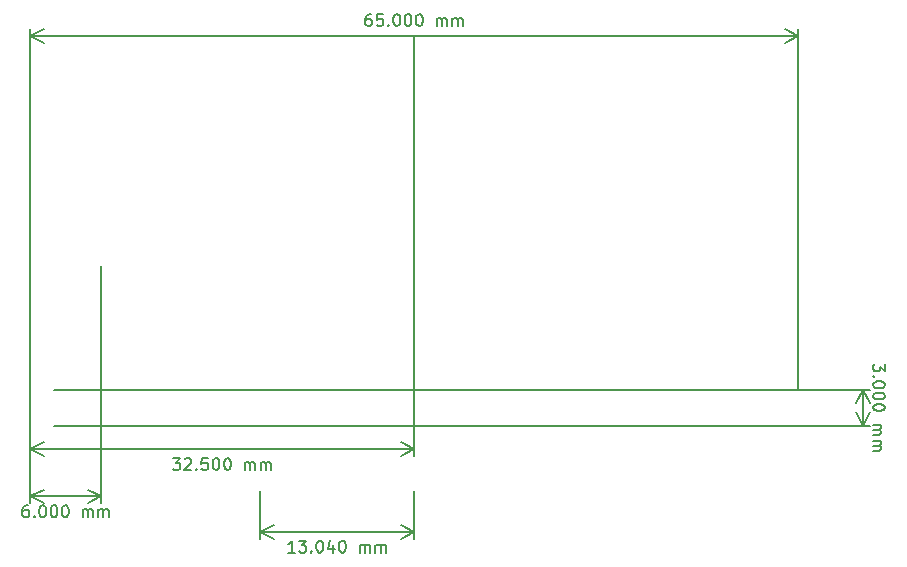
<source format=gbr>
G04 #@! TF.GenerationSoftware,KiCad,Pcbnew,(5.1.2)-1*
G04 #@! TF.CreationDate,2020-06-05T15:04:51-04:00*
G04 #@! TF.ProjectId,Step_Direction_Board,53746570-5f44-4697-9265-6374696f6e5f,rev?*
G04 #@! TF.SameCoordinates,PX7270e00PY78a3ca0*
G04 #@! TF.FileFunction,Other,ECO1*
%FSLAX46Y46*%
G04 Gerber Fmt 4.6, Leading zero omitted, Abs format (unit mm)*
G04 Created by KiCad (PCBNEW (5.1.2)-1) date 2020-06-05 15:04:51*
%MOMM*%
%LPD*%
G04 APERTURE LIST*
%ADD10C,0.150000*%
G04 APERTURE END LIST*
D10*
X22409626Y-9252380D02*
X21838197Y-9252380D01*
X22123912Y-9252380D02*
X22123912Y-8252380D01*
X22028674Y-8395238D01*
X21933435Y-8490476D01*
X21838197Y-8538095D01*
X22742959Y-8252380D02*
X23362007Y-8252380D01*
X23028674Y-8633333D01*
X23171531Y-8633333D01*
X23266769Y-8680952D01*
X23314388Y-8728571D01*
X23362007Y-8823809D01*
X23362007Y-9061904D01*
X23314388Y-9157142D01*
X23266769Y-9204761D01*
X23171531Y-9252380D01*
X22885816Y-9252380D01*
X22790578Y-9204761D01*
X22742959Y-9157142D01*
X23790578Y-9157142D02*
X23838197Y-9204761D01*
X23790578Y-9252380D01*
X23742959Y-9204761D01*
X23790578Y-9157142D01*
X23790578Y-9252380D01*
X24457245Y-8252380D02*
X24552483Y-8252380D01*
X24647721Y-8300000D01*
X24695340Y-8347619D01*
X24742959Y-8442857D01*
X24790578Y-8633333D01*
X24790578Y-8871428D01*
X24742959Y-9061904D01*
X24695340Y-9157142D01*
X24647721Y-9204761D01*
X24552483Y-9252380D01*
X24457245Y-9252380D01*
X24362007Y-9204761D01*
X24314388Y-9157142D01*
X24266769Y-9061904D01*
X24219150Y-8871428D01*
X24219150Y-8633333D01*
X24266769Y-8442857D01*
X24314388Y-8347619D01*
X24362007Y-8300000D01*
X24457245Y-8252380D01*
X25647721Y-8585714D02*
X25647721Y-9252380D01*
X25409626Y-8204761D02*
X25171531Y-8919047D01*
X25790578Y-8919047D01*
X26362007Y-8252380D02*
X26457245Y-8252380D01*
X26552483Y-8300000D01*
X26600102Y-8347619D01*
X26647721Y-8442857D01*
X26695340Y-8633333D01*
X26695340Y-8871428D01*
X26647721Y-9061904D01*
X26600102Y-9157142D01*
X26552483Y-9204761D01*
X26457245Y-9252380D01*
X26362007Y-9252380D01*
X26266769Y-9204761D01*
X26219150Y-9157142D01*
X26171531Y-9061904D01*
X26123912Y-8871428D01*
X26123912Y-8633333D01*
X26171531Y-8442857D01*
X26219150Y-8347619D01*
X26266769Y-8300000D01*
X26362007Y-8252380D01*
X27885816Y-9252380D02*
X27885816Y-8585714D01*
X27885816Y-8680952D02*
X27933435Y-8633333D01*
X28028674Y-8585714D01*
X28171531Y-8585714D01*
X28266769Y-8633333D01*
X28314388Y-8728571D01*
X28314388Y-9252380D01*
X28314388Y-8728571D02*
X28362007Y-8633333D01*
X28457245Y-8585714D01*
X28600102Y-8585714D01*
X28695340Y-8633333D01*
X28742959Y-8728571D01*
X28742959Y-9252380D01*
X29219150Y-9252380D02*
X29219150Y-8585714D01*
X29219150Y-8680952D02*
X29266769Y-8633333D01*
X29362007Y-8585714D01*
X29504864Y-8585714D01*
X29600102Y-8633333D01*
X29647721Y-8728571D01*
X29647721Y-9252380D01*
X29647721Y-8728571D02*
X29695340Y-8633333D01*
X29790578Y-8585714D01*
X29933435Y-8585714D01*
X30028674Y-8633333D01*
X30076293Y-8728571D01*
X30076293Y-9252380D01*
X19461055Y-7500000D02*
X32501055Y-7500000D01*
X19461055Y-4073347D02*
X19461055Y-8086421D01*
X32501055Y-4073347D02*
X32501055Y-8086421D01*
X32501055Y-7500000D02*
X31374551Y-8086421D01*
X32501055Y-7500000D02*
X31374551Y-6913579D01*
X19461055Y-7500000D02*
X20587559Y-8086421D01*
X19461055Y-7500000D02*
X20587559Y-6913579D01*
X-190477Y-5252380D02*
X-380953Y-5252380D01*
X-476191Y-5300000D01*
X-523810Y-5347619D01*
X-619048Y-5490476D01*
X-666667Y-5680952D01*
X-666667Y-6061904D01*
X-619048Y-6157142D01*
X-571429Y-6204761D01*
X-476191Y-6252380D01*
X-285715Y-6252380D01*
X-190477Y-6204761D01*
X-142858Y-6157142D01*
X-95239Y-6061904D01*
X-95239Y-5823809D01*
X-142858Y-5728571D01*
X-190477Y-5680952D01*
X-285715Y-5633333D01*
X-476191Y-5633333D01*
X-571429Y-5680952D01*
X-619048Y-5728571D01*
X-666667Y-5823809D01*
X333333Y-6157142D02*
X380952Y-6204761D01*
X333333Y-6252380D01*
X285714Y-6204761D01*
X333333Y-6157142D01*
X333333Y-6252380D01*
X1000000Y-5252380D02*
X1095238Y-5252380D01*
X1190476Y-5300000D01*
X1238095Y-5347619D01*
X1285714Y-5442857D01*
X1333333Y-5633333D01*
X1333333Y-5871428D01*
X1285714Y-6061904D01*
X1238095Y-6157142D01*
X1190476Y-6204761D01*
X1095238Y-6252380D01*
X1000000Y-6252380D01*
X904761Y-6204761D01*
X857142Y-6157142D01*
X809523Y-6061904D01*
X761904Y-5871428D01*
X761904Y-5633333D01*
X809523Y-5442857D01*
X857142Y-5347619D01*
X904761Y-5300000D01*
X1000000Y-5252380D01*
X1952380Y-5252380D02*
X2047619Y-5252380D01*
X2142857Y-5300000D01*
X2190476Y-5347619D01*
X2238095Y-5442857D01*
X2285714Y-5633333D01*
X2285714Y-5871428D01*
X2238095Y-6061904D01*
X2190476Y-6157142D01*
X2142857Y-6204761D01*
X2047619Y-6252380D01*
X1952380Y-6252380D01*
X1857142Y-6204761D01*
X1809523Y-6157142D01*
X1761904Y-6061904D01*
X1714285Y-5871428D01*
X1714285Y-5633333D01*
X1761904Y-5442857D01*
X1809523Y-5347619D01*
X1857142Y-5300000D01*
X1952380Y-5252380D01*
X2904761Y-5252380D02*
X3000000Y-5252380D01*
X3095238Y-5300000D01*
X3142857Y-5347619D01*
X3190476Y-5442857D01*
X3238095Y-5633333D01*
X3238095Y-5871428D01*
X3190476Y-6061904D01*
X3142857Y-6157142D01*
X3095238Y-6204761D01*
X3000000Y-6252380D01*
X2904761Y-6252380D01*
X2809523Y-6204761D01*
X2761904Y-6157142D01*
X2714285Y-6061904D01*
X2666666Y-5871428D01*
X2666666Y-5633333D01*
X2714285Y-5442857D01*
X2761904Y-5347619D01*
X2809523Y-5300000D01*
X2904761Y-5252380D01*
X4428571Y-6252380D02*
X4428571Y-5585714D01*
X4428571Y-5680952D02*
X4476190Y-5633333D01*
X4571428Y-5585714D01*
X4714285Y-5585714D01*
X4809523Y-5633333D01*
X4857142Y-5728571D01*
X4857142Y-6252380D01*
X4857142Y-5728571D02*
X4904761Y-5633333D01*
X5000000Y-5585714D01*
X5142857Y-5585714D01*
X5238095Y-5633333D01*
X5285714Y-5728571D01*
X5285714Y-6252380D01*
X5761904Y-6252380D02*
X5761904Y-5585714D01*
X5761904Y-5680952D02*
X5809523Y-5633333D01*
X5904761Y-5585714D01*
X6047619Y-5585714D01*
X6142857Y-5633333D01*
X6190476Y-5728571D01*
X6190476Y-6252380D01*
X6190476Y-5728571D02*
X6238095Y-5633333D01*
X6333333Y-5585714D01*
X6476190Y-5585714D01*
X6571428Y-5633333D01*
X6619047Y-5728571D01*
X6619047Y-6252380D01*
X0Y-4500000D02*
X6000000Y-4500000D01*
X0Y15000000D02*
X0Y-5086421D01*
X6000000Y15000000D02*
X6000000Y-5086421D01*
X6000000Y-4500000D02*
X4873496Y-5086421D01*
X6000000Y-4500000D02*
X4873496Y-3913579D01*
X0Y-4500000D02*
X1126504Y-5086421D01*
X0Y-4500000D02*
X1126504Y-3913579D01*
X72347619Y6714286D02*
X72347619Y6095239D01*
X71966666Y6428572D01*
X71966666Y6285715D01*
X71919047Y6190477D01*
X71871428Y6142858D01*
X71776190Y6095239D01*
X71538095Y6095239D01*
X71442857Y6142858D01*
X71395238Y6190477D01*
X71347619Y6285715D01*
X71347619Y6571429D01*
X71395238Y6666667D01*
X71442857Y6714286D01*
X71442857Y5666667D02*
X71395238Y5619048D01*
X71347619Y5666667D01*
X71395238Y5714286D01*
X71442857Y5666667D01*
X71347619Y5666667D01*
X72347619Y5000000D02*
X72347619Y4904762D01*
X72300000Y4809524D01*
X72252380Y4761905D01*
X72157142Y4714286D01*
X71966666Y4666667D01*
X71728571Y4666667D01*
X71538095Y4714286D01*
X71442857Y4761905D01*
X71395238Y4809524D01*
X71347619Y4904762D01*
X71347619Y5000000D01*
X71395238Y5095239D01*
X71442857Y5142858D01*
X71538095Y5190477D01*
X71728571Y5238096D01*
X71966666Y5238096D01*
X72157142Y5190477D01*
X72252380Y5142858D01*
X72300000Y5095239D01*
X72347619Y5000000D01*
X72347619Y4047620D02*
X72347619Y3952381D01*
X72300000Y3857143D01*
X72252380Y3809524D01*
X72157142Y3761905D01*
X71966666Y3714286D01*
X71728571Y3714286D01*
X71538095Y3761905D01*
X71442857Y3809524D01*
X71395238Y3857143D01*
X71347619Y3952381D01*
X71347619Y4047620D01*
X71395238Y4142858D01*
X71442857Y4190477D01*
X71538095Y4238096D01*
X71728571Y4285715D01*
X71966666Y4285715D01*
X72157142Y4238096D01*
X72252380Y4190477D01*
X72300000Y4142858D01*
X72347619Y4047620D01*
X72347619Y3095239D02*
X72347619Y3000000D01*
X72300000Y2904762D01*
X72252380Y2857143D01*
X72157142Y2809524D01*
X71966666Y2761905D01*
X71728571Y2761905D01*
X71538095Y2809524D01*
X71442857Y2857143D01*
X71395238Y2904762D01*
X71347619Y3000000D01*
X71347619Y3095239D01*
X71395238Y3190477D01*
X71442857Y3238096D01*
X71538095Y3285715D01*
X71728571Y3333334D01*
X71966666Y3333334D01*
X72157142Y3285715D01*
X72252380Y3238096D01*
X72300000Y3190477D01*
X72347619Y3095239D01*
X71347619Y1571429D02*
X72014285Y1571429D01*
X71919047Y1571429D02*
X71966666Y1523810D01*
X72014285Y1428572D01*
X72014285Y1285715D01*
X71966666Y1190477D01*
X71871428Y1142858D01*
X71347619Y1142858D01*
X71871428Y1142858D02*
X71966666Y1095239D01*
X72014285Y1000000D01*
X72014285Y857143D01*
X71966666Y761905D01*
X71871428Y714286D01*
X71347619Y714286D01*
X71347619Y238096D02*
X72014285Y238096D01*
X71919047Y238096D02*
X71966666Y190477D01*
X72014285Y95239D01*
X72014285Y-47619D01*
X71966666Y-142857D01*
X71871428Y-190476D01*
X71347619Y-190476D01*
X71871428Y-190476D02*
X71966666Y-238095D01*
X72014285Y-333333D01*
X72014285Y-476190D01*
X71966666Y-571428D01*
X71871428Y-619047D01*
X71347619Y-619047D01*
X70500000Y4500000D02*
X70500000Y1500000D01*
X2000000Y4500000D02*
X71086421Y4500000D01*
X2000000Y1500000D02*
X71086421Y1500000D01*
X70500000Y1500000D02*
X69913579Y2626504D01*
X70500000Y1500000D02*
X71086421Y2626504D01*
X70500000Y4500000D02*
X69913579Y3373496D01*
X70500000Y4500000D02*
X71086421Y3373496D01*
X12059523Y-1252380D02*
X12678571Y-1252380D01*
X12345238Y-1633333D01*
X12488095Y-1633333D01*
X12583333Y-1680952D01*
X12630952Y-1728571D01*
X12678571Y-1823809D01*
X12678571Y-2061904D01*
X12630952Y-2157142D01*
X12583333Y-2204761D01*
X12488095Y-2252380D01*
X12202380Y-2252380D01*
X12107142Y-2204761D01*
X12059523Y-2157142D01*
X13059523Y-1347619D02*
X13107142Y-1300000D01*
X13202380Y-1252380D01*
X13440476Y-1252380D01*
X13535714Y-1300000D01*
X13583333Y-1347619D01*
X13630952Y-1442857D01*
X13630952Y-1538095D01*
X13583333Y-1680952D01*
X13011904Y-2252380D01*
X13630952Y-2252380D01*
X14059523Y-2157142D02*
X14107142Y-2204761D01*
X14059523Y-2252380D01*
X14011904Y-2204761D01*
X14059523Y-2157142D01*
X14059523Y-2252380D01*
X15011904Y-1252380D02*
X14535714Y-1252380D01*
X14488095Y-1728571D01*
X14535714Y-1680952D01*
X14630952Y-1633333D01*
X14869047Y-1633333D01*
X14964285Y-1680952D01*
X15011904Y-1728571D01*
X15059523Y-1823809D01*
X15059523Y-2061904D01*
X15011904Y-2157142D01*
X14964285Y-2204761D01*
X14869047Y-2252380D01*
X14630952Y-2252380D01*
X14535714Y-2204761D01*
X14488095Y-2157142D01*
X15678571Y-1252380D02*
X15773809Y-1252380D01*
X15869047Y-1300000D01*
X15916666Y-1347619D01*
X15964285Y-1442857D01*
X16011904Y-1633333D01*
X16011904Y-1871428D01*
X15964285Y-2061904D01*
X15916666Y-2157142D01*
X15869047Y-2204761D01*
X15773809Y-2252380D01*
X15678571Y-2252380D01*
X15583333Y-2204761D01*
X15535714Y-2157142D01*
X15488095Y-2061904D01*
X15440476Y-1871428D01*
X15440476Y-1633333D01*
X15488095Y-1442857D01*
X15535714Y-1347619D01*
X15583333Y-1300000D01*
X15678571Y-1252380D01*
X16630952Y-1252380D02*
X16726190Y-1252380D01*
X16821428Y-1300000D01*
X16869047Y-1347619D01*
X16916666Y-1442857D01*
X16964285Y-1633333D01*
X16964285Y-1871428D01*
X16916666Y-2061904D01*
X16869047Y-2157142D01*
X16821428Y-2204761D01*
X16726190Y-2252380D01*
X16630952Y-2252380D01*
X16535714Y-2204761D01*
X16488095Y-2157142D01*
X16440476Y-2061904D01*
X16392857Y-1871428D01*
X16392857Y-1633333D01*
X16440476Y-1442857D01*
X16488095Y-1347619D01*
X16535714Y-1300000D01*
X16630952Y-1252380D01*
X18154761Y-2252380D02*
X18154761Y-1585714D01*
X18154761Y-1680952D02*
X18202380Y-1633333D01*
X18297619Y-1585714D01*
X18440476Y-1585714D01*
X18535714Y-1633333D01*
X18583333Y-1728571D01*
X18583333Y-2252380D01*
X18583333Y-1728571D02*
X18630952Y-1633333D01*
X18726190Y-1585714D01*
X18869047Y-1585714D01*
X18964285Y-1633333D01*
X19011904Y-1728571D01*
X19011904Y-2252380D01*
X19488095Y-2252380D02*
X19488095Y-1585714D01*
X19488095Y-1680952D02*
X19535714Y-1633333D01*
X19630952Y-1585714D01*
X19773809Y-1585714D01*
X19869047Y-1633333D01*
X19916666Y-1728571D01*
X19916666Y-2252380D01*
X19916666Y-1728571D02*
X19964285Y-1633333D01*
X20059523Y-1585714D01*
X20202380Y-1585714D01*
X20297619Y-1633333D01*
X20345238Y-1728571D01*
X20345238Y-2252380D01*
X0Y-500000D02*
X32500000Y-500000D01*
X0Y34500000D02*
X0Y-1086421D01*
X32500000Y34500000D02*
X32500000Y-1086421D01*
X32500000Y-500000D02*
X31373496Y-1086421D01*
X32500000Y-500000D02*
X31373496Y86421D01*
X0Y-500000D02*
X1126504Y-1086421D01*
X0Y-500000D02*
X1126504Y86421D01*
X28833333Y36347620D02*
X28642857Y36347620D01*
X28547619Y36300000D01*
X28500000Y36252381D01*
X28404761Y36109524D01*
X28357142Y35919048D01*
X28357142Y35538096D01*
X28404761Y35442858D01*
X28452380Y35395239D01*
X28547619Y35347620D01*
X28738095Y35347620D01*
X28833333Y35395239D01*
X28880952Y35442858D01*
X28928571Y35538096D01*
X28928571Y35776191D01*
X28880952Y35871429D01*
X28833333Y35919048D01*
X28738095Y35966667D01*
X28547619Y35966667D01*
X28452380Y35919048D01*
X28404761Y35871429D01*
X28357142Y35776191D01*
X29833333Y36347620D02*
X29357142Y36347620D01*
X29309523Y35871429D01*
X29357142Y35919048D01*
X29452380Y35966667D01*
X29690476Y35966667D01*
X29785714Y35919048D01*
X29833333Y35871429D01*
X29880952Y35776191D01*
X29880952Y35538096D01*
X29833333Y35442858D01*
X29785714Y35395239D01*
X29690476Y35347620D01*
X29452380Y35347620D01*
X29357142Y35395239D01*
X29309523Y35442858D01*
X30309523Y35442858D02*
X30357142Y35395239D01*
X30309523Y35347620D01*
X30261904Y35395239D01*
X30309523Y35442858D01*
X30309523Y35347620D01*
X30976190Y36347620D02*
X31071428Y36347620D01*
X31166666Y36300000D01*
X31214285Y36252381D01*
X31261904Y36157143D01*
X31309523Y35966667D01*
X31309523Y35728572D01*
X31261904Y35538096D01*
X31214285Y35442858D01*
X31166666Y35395239D01*
X31071428Y35347620D01*
X30976190Y35347620D01*
X30880952Y35395239D01*
X30833333Y35442858D01*
X30785714Y35538096D01*
X30738095Y35728572D01*
X30738095Y35966667D01*
X30785714Y36157143D01*
X30833333Y36252381D01*
X30880952Y36300000D01*
X30976190Y36347620D01*
X31928571Y36347620D02*
X32023809Y36347620D01*
X32119047Y36300000D01*
X32166666Y36252381D01*
X32214285Y36157143D01*
X32261904Y35966667D01*
X32261904Y35728572D01*
X32214285Y35538096D01*
X32166666Y35442858D01*
X32119047Y35395239D01*
X32023809Y35347620D01*
X31928571Y35347620D01*
X31833333Y35395239D01*
X31785714Y35442858D01*
X31738095Y35538096D01*
X31690476Y35728572D01*
X31690476Y35966667D01*
X31738095Y36157143D01*
X31785714Y36252381D01*
X31833333Y36300000D01*
X31928571Y36347620D01*
X32880952Y36347620D02*
X32976190Y36347620D01*
X33071428Y36300000D01*
X33119047Y36252381D01*
X33166666Y36157143D01*
X33214285Y35966667D01*
X33214285Y35728572D01*
X33166666Y35538096D01*
X33119047Y35442858D01*
X33071428Y35395239D01*
X32976190Y35347620D01*
X32880952Y35347620D01*
X32785714Y35395239D01*
X32738095Y35442858D01*
X32690476Y35538096D01*
X32642857Y35728572D01*
X32642857Y35966667D01*
X32690476Y36157143D01*
X32738095Y36252381D01*
X32785714Y36300000D01*
X32880952Y36347620D01*
X34404761Y35347620D02*
X34404761Y36014286D01*
X34404761Y35919048D02*
X34452380Y35966667D01*
X34547619Y36014286D01*
X34690476Y36014286D01*
X34785714Y35966667D01*
X34833333Y35871429D01*
X34833333Y35347620D01*
X34833333Y35871429D02*
X34880952Y35966667D01*
X34976190Y36014286D01*
X35119047Y36014286D01*
X35214285Y35966667D01*
X35261904Y35871429D01*
X35261904Y35347620D01*
X35738095Y35347620D02*
X35738095Y36014286D01*
X35738095Y35919048D02*
X35785714Y35966667D01*
X35880952Y36014286D01*
X36023809Y36014286D01*
X36119047Y35966667D01*
X36166666Y35871429D01*
X36166666Y35347620D01*
X36166666Y35871429D02*
X36214285Y35966667D01*
X36309523Y36014286D01*
X36452380Y36014286D01*
X36547619Y35966667D01*
X36595238Y35871429D01*
X36595238Y35347620D01*
X0Y34500000D02*
X65000000Y34500000D01*
X0Y4500000D02*
X0Y35086421D01*
X65000000Y4500000D02*
X65000000Y35086421D01*
X65000000Y34500000D02*
X63873496Y33913579D01*
X65000000Y34500000D02*
X63873496Y35086421D01*
X0Y34500000D02*
X1126504Y33913579D01*
X0Y34500000D02*
X1126504Y35086421D01*
M02*

</source>
